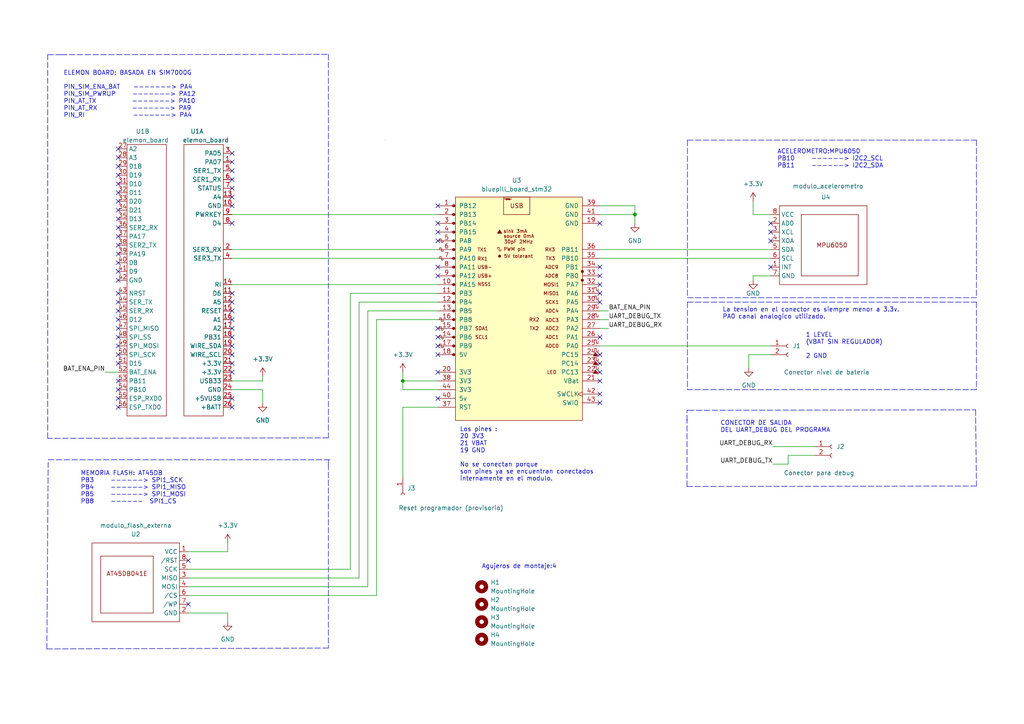
<source format=kicad_sch>
(kicad_sch (version 20211123) (generator eeschema)
  (paper "A4")
  (title_block (title "Simo Shield, PCB de conexion") (date "2022-07-18") (rev "0003") (company "I.N.T.I") (comment 1 "Revisor: Gustavo Rodriguez") (comment 2 "Autor:   German Velardez") (comment 3 "Licencia: CERN Open Hardware Licence Version 2") (comment 4 "Placa de conexion del dispositivo  SIMO.") (comment 5 "Descripcion:"))
  (lib_symbols
    (symbol "elemon_board_1"
      (property "Reference" "U1" (at -5.08 2.54 0))
      (property "Value" "elemon_board_1" (at -5.08 0 0))
      (symbol "elemon_board_1_0_1"
        (rectangle (start -46.99 0) (end -46.99 0))
        (rectangle (start 0 -1.27) (end 11.43 -80.01))
      )
      (symbol "elemon_board_1_1_1"
        (pin bidirectional line (at -2.54 -6.35 0) (length 2.54) (name "PA07") (number "1"))
        (pin power_out line (at -2.54 -19.05 0) (length 2.54) (name "GND") (number "10"))
        (pin bidirectional line (at -2.54 -44.45 0) (length 2.54) (name "D6") (number "11"))
        (pin bidirectional line (at -2.54 -46.99 0) (length 2.54) (name "A5") (number "12"))
        (pin bidirectional line (at -2.54 -16.51 0) (length 2.54) (name "A4") (number "13"))
        (pin bidirectional line (at -2.54 -41.91 0) (length 2.54) (name "RI") (number "14"))
        (pin input line (at -2.54 -49.53 0) (length 2.54) (name "RESET") (number "15"))
        (pin bidirectional line (at -2.54 -52.07 0) (length 2.54) (name "A1") (number "16"))
        (pin bidirectional line (at -2.54 -54.61 0) (length 2.54) (name "A2") (number "17"))
        (pin bidirectional line (at -2.54 -57.15 0) (length 2.54) (name "PB31") (number "18"))
        (pin bidirectional line (at -2.54 -59.69 0) (length 2.54) (name "WIRE_SDA") (number "19"))
        (pin bidirectional line (at -2.54 -31.75 0) (length 2.54) (name "SER3_RX") (number "2"))
        (pin bidirectional line (at -2.54 -62.23 0) (length 2.54) (name "WIRE_SCL") (number "20"))
        (pin power_out line (at -2.54 -64.77 0) (length 2.54) (name "+3.3V") (number "21"))
        (pin power_out line (at -2.54 -67.31 0) (length 2.54) (name "+3.3V") (number "22"))
        (pin power_out line (at -2.54 -69.85 0) (length 2.54) (name "USB33") (number "23"))
        (pin power_out line (at -2.54 -72.39 0) (length 2.54) (name "GND") (number "24"))
        (pin power_out line (at -2.54 -74.93 0) (length 2.54) (name "+5VUSB") (number "25"))
        (pin power_in line (at -2.54 -77.47 0) (length 2.54) (name "+BATT") (number "26"))
        (pin bidirectional line (at -2.54 -3.81 0) (length 2.54) (name "PA05") (number "3"))
        (pin bidirectional line (at -2.54 -34.29 0) (length 2.54) (name "SER3_TX") (number "4"))
        (pin bidirectional line (at -2.54 -8.89 0) (length 2.54) (name "SER1_TX") (number "5"))
        (pin bidirectional line (at -2.54 -11.43 0) (length 2.54) (name "SER1_RX") (number "6"))
        (pin bidirectional line (at -2.54 -13.97 0) (length 2.54) (name "STATUS") (number "7"))
        (pin bidirectional line (at -2.54 -24.13 0) (length 2.54) (name "D4") (number "8"))
        (pin bidirectional line (at -2.54 -21.59 0) (length 2.54) (name "PWRKEY") (number "9"))
      )
      (symbol "elemon_board_1_2_1"
        (pin bidirectional line (at -2.54 -2.54 0) (length 2.54) (name "A2") (number "27"))
        (pin bidirectional line (at -2.54 -5.08 0) (length 2.54) (name "A3") (number "28"))
        (pin bidirectional line (at -2.54 -7.62 0) (length 2.54) (name "D18") (number "29"))
        (pin bidirectional line (at -2.54 -10.16 0) (length 2.54) (name "D19") (number "30"))
        (pin bidirectional line (at -2.54 -12.7 0) (length 2.54) (name "D10") (number "31"))
        (pin bidirectional line (at -2.54 -15.24 0) (length 2.54) (name "D11") (number "32"))
        (pin bidirectional line (at -2.54 -17.78 0) (length 2.54) (name "D20") (number "33"))
        (pin bidirectional line (at -2.54 -20.32 0) (length 2.54) (name "D21") (number "34"))
        (pin bidirectional line (at -2.54 -22.86 0) (length 2.54) (name "D13") (number "35"))
        (pin bidirectional line (at -2.54 -25.4 0) (length 2.54) (name "SER2_RX") (number "36"))
        (pin bidirectional line (at -2.54 -27.94 0) (length 2.54) (name "PA17") (number "37"))
        (pin bidirectional line (at -2.54 -30.48 0) (length 2.54) (name "SER2_TX") (number "38"))
        (pin bidirectional line (at -2.54 -33.02 0) (length 2.54) (name "PA19") (number "39"))
        (pin bidirectional line (at -2.54 -35.56 0) (length 2.54) (name "D8") (number "40"))
        (pin bidirectional line (at -2.54 -38.1 0) (length 2.54) (name "D9") (number "41"))
        (pin power_out line (at -2.54 -40.64 0) (length 2.54) (name "GND") (number "42"))
        (pin input line (at -2.54 -44.45 0) (length 2.54) (name "NRST") (number "43"))
        (pin bidirectional line (at -2.54 -46.99 0) (length 2.54) (name "SER_TX") (number "44"))
        (pin bidirectional line (at -2.54 -49.53 0) (length 2.54) (name "SER_RX") (number "45"))
        (pin bidirectional line (at -2.54 -52.07 0) (length 2.54) (name "D12") (number "46"))
        (pin bidirectional line (at -2.54 -54.61 0) (length 2.54) (name "SPI_MISO") (number "47"))
        (pin bidirectional line (at -2.54 -57.15 0) (length 2.54) (name "SPI_SS") (number "48"))
        (pin bidirectional line (at -2.54 -59.69 0) (length 2.54) (name "SPI_MOSI") (number "49"))
        (pin bidirectional line (at -2.54 -62.23 0) (length 2.54) (name "SPI_SCK") (number "50"))
        (pin bidirectional line (at -2.54 -64.77 0) (length 2.54) (name "D15") (number "51"))
        (pin bidirectional line (at -2.54 -67.31 0) (length 2.54) (name "BAT_ENA") (number "52"))
        (pin bidirectional line (at -2.54 -69.85 0) (length 2.54) (name "PB11") (number "53"))
        (pin bidirectional line (at -2.54 -72.39 0) (length 2.54) (name "PB10") (number "54"))
        (pin bidirectional line (at -2.54 -74.93 0) (length 2.54) (name "ESP_RXD0") (number "55"))
        (pin bidirectional line (at -2.54 -77.47 0) (length 2.54) (name "ESP_TXD0") (number "56"))
      )
    )
    (symbol "power:+3.3V" (power) (pin_names (offset 0))
      (property "Value" "+3.3V" (at 0 3.556 0))
      (symbol "+3.3V_0_1"
        (polyline (pts (xy -0.762 1.27) (xy 0 2.54)))
        (polyline (pts (xy 0 0) (xy 0 2.54)))
        (polyline (pts (xy 0 2.54) (xy 0.762 1.27)))
      )
      (symbol "+3.3V_1_1"
        (pin power_in line (at 0 0 90) (length 0) hide (name "+3.3V") (number "1"))
      )
    )
    (symbol "power:GND" (power) (pin_names (offset 0))
      (property "Value" "GND" (at 0 -3.81 0))
      (symbol "GND_0_1"
        (polyline (pts (xy 0 0) (xy 0 -1.27) (xy 1.27 -1.27) (xy 0 -2.54) (xy -1.27 -1.27) (xy 0 -1.27)))
      )
      (symbol "GND_1_1"
        (pin power_in line (at 0 0 270) (length 0) hide (name "GND") (number "1"))
      )
    )
    (symbol "simo_shield:+3.3V" (power) (pin_names (offset 0))
      (property "Value" "+3.3V" (at 0 3.556 0))
      (symbol "+3.3V_0_1"
        (polyline (pts (xy -0.762 1.27) (xy 0 2.54)))
        (polyline (pts (xy 0 0) (xy 0 2.54)))
        (polyline (pts (xy 0 2.54) (xy 0.762 1.27)))
      )
      (symbol "+3.3V_1_1"
        (pin power_in line (at 0 0 90) (length 0) hide (name "+3.3V") (number "1"))
      )
    )
    (symbol "simo_shield:Conn_01x01_Female" (pin_names (offset 1.016) hide)
      (property "Reference" "J" (at 0 2.54 0))
      (property "Value" "Conn_01x01_Female" (at 0 -2.54 0))
      (symbol "Conn_01x01_Female_1_1"
        (polyline (pts (xy -1.27 0) (xy -0.508 0)) (stroke (width 0.1524)))
        (arc (start 0 0.508) (mid -0.508 0) (end 0 -0.508) (stroke (width 0.1524)))
        (pin passive line (at -5.08 0 0) (length 3.81) (name "Pin_1") (number "1"))
      )
    )
    (symbol "simo_shield:Conn_01x02_Female" (pin_names (offset 1.016) hide)
      (property "Reference" "J" (at 0 2.54 0))
      (property "Value" "Conn_01x02_Female" (at 0 -5.08 0))
      (symbol "Conn_01x02_Female_1_1"
        (arc (start 0 -2.032) (mid -0.508 -2.54) (end 0 -3.048) (stroke (width 0.1524)))
        (polyline (pts (xy -1.27 -2.54) (xy -0.508 -2.54)) (stroke (width 0.1524)))
        (polyline (pts (xy -1.27 0) (xy -0.508 0)) (stroke (width 0.1524)))
        (arc (start 0 0.508) (mid -0.508 0) (end 0 -0.508) (stroke (width 0.1524)))
        (pin passive line (at -5.08 0 0) (length 3.81) (name "Pin_1") (number "1"))
        (pin passive line (at -5.08 -2.54 0) (length 3.81) (name "Pin_2") (number "2"))
      )
    )
    (symbol "simo_shield:GND" (power) (pin_names (offset 0))
      (property "Value" "GND" (at 0 -3.81 0))
      (symbol "GND_0_1"
        (polyline (pts (xy 0 0) (xy 0 -1.27) (xy 1.27 -1.27) (xy 0 -2.54) (xy -1.27 -1.27) (xy 0 -1.27)))
      )
      (symbol "GND_1_1"
        (pin power_in line (at 0 0 270) (length 0) hide (name "GND") (number "1"))
      )
    )
    (symbol "simo_shield:MountingHole" (pin_names (offset 1.016))
      (property "Reference" "H" (at 0 5.08 0))
      (property "Value" "MountingHole" (at 0 3.175 0))
      (symbol "MountingHole_0_1"
        (circle (center 0 0) (radius 1.27) (stroke (width 1.27)))
      )
    )
    (symbol "simo_shield:bluepill_board_stm32" (pin_names (offset 1.016))
      (property "Reference" "U3" (at 0 30.226 0))
      (property "Value" "bluepill_board_stm32" (at 0 27.686 0))
      (symbol "bluepill_board_stm32_0_0"
        (circle (center -18.288 -20.32) (radius 0.3556) (fill (type outline)))
        (circle (center -18.288 -17.78) (radius 0.3556) (fill (type outline)))
        (circle (center -18.288 -15.24) (radius 0.3556) (fill (type outline)))
        (circle (center -18.288 -12.7) (radius 0.3556) (fill (type outline)))
        (circle (center -18.288 -10.16) (radius 0.3556) (fill (type outline)))
        (circle (center -18.288 -7.62) (radius 0.3556) (fill (type outline)))
        (circle (center -18.288 -5.08) (radius 0.3556) (fill (type outline)))
        (circle (center -18.288 -2.54) (radius 0.3556) (fill (type outline)))
        (circle (center -18.288 0) (radius 0.3556) (fill (type outline)))
        (circle (center -18.288 2.54) (radius 0.3556) (fill (type outline)))
        (circle (center -18.288 5.08) (radius 0.3556) (fill (type outline)))
        (circle (center -18.288 7.62) (radius 0.3556) (fill (type outline)))
        (circle (center -18.288 10.16) (radius 0.3556) (fill (type outline)))
        (circle (center -18.288 12.7) (radius 0.3556) (fill (type outline)))
        (circle (center -18.288 15.24) (radius 0.3556) (fill (type outline)))
        (circle (center -18.288 17.78) (radius 0.3556) (fill (type outline)))
        (circle (center -18.288 22.86) (radius 0.3556) (fill (type outline)))
        (circle (center -4.953 8.255) (radius 0.127) (fill (type outline)))
        (circle (center -4.953 8.255) (radius 0.254))
        (circle (center -4.953 8.255) (radius 0.3556))
        (polyline (pts (xy -5.588 14.859) (xy -4.953 15.875) (xy -4.318 14.859) (xy -5.588 14.859) (xy -4.953 15.748) (xy -4.445 14.859) (xy -5.461 14.986) (xy -4.953 15.621) (xy -4.572 14.859) (xy -5.334 15.113) (xy -4.826 15.494) (xy -4.699 14.859) (xy -5.207 15.24) (xy -4.699 15.367) (xy -4.826 14.986) (xy -5.08 15.24) (xy -4.826 15.113) (xy -4.953 15.367)))
        (polyline (pts (xy 22.225 -25.781) (xy 22.86 -24.765) (xy 23.495 -25.781) (xy 22.225 -25.781) (xy 22.86 -24.892) (xy 23.368 -25.781) (xy 22.352 -25.654) (xy 22.86 -25.019) (xy 23.241 -25.781) (xy 22.479 -25.527) (xy 22.987 -25.146) (xy 23.114 -25.781) (xy 22.606 -25.4) (xy 23.114 -25.273) (xy 22.987 -25.654) (xy 22.733 -25.4) (xy 22.987 -25.527) (xy 22.86 -25.273)))
        (polyline (pts (xy 22.225 -23.241) (xy 22.86 -22.225) (xy 23.495 -23.241) (xy 22.225 -23.241) (xy 22.86 -22.352) (xy 23.368 -23.241) (xy 22.352 -23.114) (xy 22.86 -22.479) (xy 23.241 -23.241) (xy 22.479 -22.987) (xy 22.987 -22.606) (xy 23.114 -23.241) (xy 22.606 -22.86) (xy 23.114 -22.733) (xy 22.987 -23.114) (xy 22.733 -22.86) (xy 22.987 -22.987) (xy 22.86 -22.733)))
        (polyline (pts (xy 22.225 -20.701) (xy 22.86 -19.685) (xy 23.495 -20.701) (xy 22.225 -20.701) (xy 22.86 -19.812) (xy 23.368 -20.701) (xy 22.352 -20.574) (xy 22.86 -19.939) (xy 23.241 -20.701) (xy 22.479 -20.447) (xy 22.987 -20.066) (xy 23.114 -20.701) (xy 22.606 -20.32) (xy 23.114 -20.193) (xy 22.987 -20.574) (xy 22.733 -20.32) (xy 22.987 -20.447) (xy 22.86 -20.193)))
        (circle (center 19.05 1.27) (radius 0.254) (fill (type outline)))
        (circle (center 19.05 1.27) (radius 0.3556))
        (circle (center 19.05 3.81) (radius 0.254) (fill (type outline)))
        (circle (center 19.05 3.81) (radius 0.3556))
        (text "30pF 2MHz" (at 0.508 12.446 0) (effects (font (size 0.9906 0.9906))))
        (text "5V tolerant" (at 0.508 8.255 0) (effects (font (size 0.9906 0.9906))))
        (text "ADC0" (at 10.287 -17.78 0) (effects (font (size 0.9906 0.9906))))
        (text "ADC1" (at 10.287 -15.24 0) (effects (font (size 0.9906 0.9906))))
        (text "ADC2" (at 10.287 -12.7 0) (effects (font (size 0.9906 0.9906))))
        (text "ADC3" (at 10.287 -10.287 0) (effects (font (size 0.9906 0.9906))))
        (text "ADC4" (at 10.287 -7.62 0) (effects (font (size 0.9906 0.9906))))
        (text "ADC8" (at 10.16 2.54 0) (effects (font (size 0.9906 0.9906))))
        (text "ADC9" (at 10.16 5.08 0) (effects (font (size 0.9906 0.9906))))
        (text "LED" (at 10.16 -25.4 0) (effects (font (size 0.9906 0.9906))))
        (text "MISO1" (at 10.033 -2.54 0) (effects (font (size 0.9906 0.9906))))
        (text "MOSI1" (at 10.033 0 0) (effects (font (size 0.9906 0.9906))))
        (text "NSS1" (at -9.398 0.127 0) (effects (font (size 0.9906 0.9906))))
        (text "PWM pin" (at -0.635 10.287 0) (effects (font (size 0.9906 0.9906))))
        (text "RX1" (at -9.906 7.493 0) (effects (font (size 0.9906 0.9906))))
        (text "RX2" (at 5.08 -10.16 0) (effects (font (size 0.9906 0.9906))))
        (text "RX3" (at 9.652 10.16 0) (effects (font (size 0.9906 0.9906))))
        (text "SCK1" (at 10.287 -5.08 0) (effects (font (size 0.9906 0.9906))))
        (text "SCL1" (at -10.16 -15.24 0) (effects (font (size 0.9906 0.9906))))
        (text "SDA1" (at -10.16 -12.7 0) (effects (font (size 0.9906 0.9906))))
        (text "sink 3mA" (at -0.381 15.494 0) (effects (font (size 0.9906 0.9906))))
        (text "source 0mA" (at 0.635 14.097 0) (effects (font (size 0.9906 0.9906))))
        (text "TX1" (at -10.033 10.16 0) (effects (font (size 0.9906 0.9906))))
        (text "TX2" (at 5.08 -12.7 0) (effects (font (size 0.9906 0.9906))))
        (text "TX3" (at 9.779 7.62 0) (effects (font (size 0.9906 0.9906))))
        (text "USB" (at 0 22.86 0) (effects (font (size 1.27 1.27))))
        (text "USB+" (at -9.271 2.54 0) (effects (font (size 0.9906 0.9906))))
        (text "USB-" (at -9.271 5.08 0) (effects (font (size 0.9906 0.9906))))
        (text "Y@@J" (at -2.5654 24.8412 0) (effects (font (size 0.508 0.508))))
      )
      (symbol "bluepill_board_stm32_0_1"
        (rectangle (start -17.78 25.4) (end 19.05 -39.37) (fill (type background)))
        (polyline (pts (xy -21.336 -17.78) (xy -21.336 -18.288) (xy -21.844 -18.288) (xy -21.844 -17.272) (xy -22.352 -17.272) (xy -22.352 -17.78)))
        (polyline (pts (xy -21.336 -15.24) (xy -21.336 -15.748) (xy -21.844 -15.748) (xy -21.844 -14.732) (xy -22.352 -14.732) (xy -22.352 -15.24)))
        (polyline (pts (xy -21.336 -12.7) (xy -21.336 -13.208) (xy -21.844 -13.208) (xy -21.844 -12.192) (xy -22.352 -12.192) (xy -22.352 -12.7)))
        (polyline (pts (xy -21.336 -10.16) (xy -21.336 -10.668) (xy -21.844 -10.668) (xy -21.844 -9.652) (xy -22.352 -9.652) (xy -22.352 -10.16)))
        (polyline (pts (xy -21.336 7.62) (xy -21.336 7.112) (xy -21.844 7.112) (xy -21.844 8.128) (xy -22.352 8.128) (xy -22.352 7.62)))
        (polyline (pts (xy -21.336 10.16) (xy -21.336 9.652) (xy -21.844 9.652) (xy -21.844 10.668) (xy -22.352 10.668) (xy -22.352 10.16)))
        (polyline (pts (xy -21.336 12.7) (xy -21.336 12.192) (xy -21.844 12.192) (xy -21.844 13.208) (xy -22.352 13.208) (xy -22.352 12.7)))
        (polyline (pts (xy -4.572 10.287) (xy -4.572 9.779) (xy -5.08 9.779) (xy -5.08 10.795) (xy -5.588 10.795) (xy -5.588 10.287)))
        (polyline (pts (xy 23.622 -24.13) (xy 23.622 -24.638) (xy 23.114 -24.638) (xy 23.114 -23.622) (xy 22.606 -23.622) (xy 22.606 -24.13)))
        (polyline (pts (xy 23.622 -21.59) (xy 23.622 -22.098) (xy 23.114 -22.098) (xy 23.114 -21.082) (xy 22.606 -21.082) (xy 22.606 -21.59)))
        (polyline (pts (xy 23.622 -19.05) (xy 23.622 -19.558) (xy 23.114 -19.558) (xy 23.114 -18.542) (xy 22.606 -18.542) (xy 22.606 -19.05)))
        (polyline (pts (xy 23.622 -16.51) (xy 23.622 -17.018) (xy 23.114 -17.018) (xy 23.114 -16.002) (xy 22.606 -16.002) (xy 22.606 -16.51)))
        (polyline (pts (xy 23.622 -8.89) (xy 23.622 -9.398) (xy 23.114 -9.398) (xy 23.114 -8.382) (xy 22.606 -8.382) (xy 22.606 -8.89)))
        (polyline (pts (xy 23.622 -6.35) (xy 23.622 -6.858) (xy 23.114 -6.858) (xy 23.114 -5.842) (xy 22.606 -5.842) (xy 22.606 -6.35)))
        (polyline (pts (xy 23.622 -3.81) (xy 23.622 -4.318) (xy 23.114 -4.318) (xy 23.114 -3.302) (xy 22.606 -3.302) (xy 22.606 -3.81)))
        (polyline (pts (xy 23.622 -1.27) (xy 23.622 -1.778) (xy 23.114 -1.778) (xy 23.114 -0.762) (xy 22.606 -0.762) (xy 22.606 -1.27)))
        (rectangle (start 3.81 25.4) (end -3.81 20.32))
      )
      (symbol "bluepill_board_stm32_1_1"
        (circle (center -18.288 20.32) (radius 0.3556) (fill (type outline)))
        (pin bidirectional line (at -22.86 22.86 0) (length 5.08) (name "PB12") (number "1"))
        (pin bidirectional line (at -22.86 0 0) (length 5.08) (name "PA15") (number "10"))
        (pin bidirectional line (at -22.86 -2.54 0) (length 5.08) (name "PB3") (number "11"))
        (pin bidirectional line (at -22.86 -5.08 0) (length 5.08) (name "PB4") (number "12"))
        (pin bidirectional line (at -22.86 -7.62 0) (length 5.08) (name "PB5") (number "13"))
        (pin bidirectional line (at -22.86 -15.24 0) (length 5.08) (name "PB6") (number "14"))
        (pin bidirectional line (at -22.86 -12.7 0) (length 5.08) (name "PB7") (number "15"))
        (pin bidirectional line (at -22.86 -10.16 0) (length 5.08) (name "PB8") (number "16"))
        (pin bidirectional line (at -22.86 -17.78 0) (length 5.08) (name "PB9") (number "17"))
        (pin power_in line (at -22.86 -20.32 0) (length 5.08) (name "5V") (number "18"))
        (pin power_in line (at 24.13 17.78 180) (length 5.08) (name "GND") (number "19"))
        (pin bidirectional line (at -22.86 20.32 0) (length 5.08) (name "PB13") (number "2"))
        (pin power_in line (at -22.86 -25.4 0) (length 5.08) (name "3V3") (number "20"))
        (pin power_in line (at 24.13 -27.94 180) (length 5.08) (name "VBat") (number "21"))
        (pin bidirectional line (at 24.13 -25.4 180) (length 5.08) (name "PC13") (number "22"))
        (pin bidirectional line (at 24.13 -22.86 180) (length 5.08) (name "PC14") (number "23"))
        (pin bidirectional line (at 24.13 -20.32 180) (length 5.08) (name "PC15") (number "24"))
        (pin bidirectional line (at 24.13 -17.78 180) (length 5.08) (name "PA0") (number "25"))
        (pin bidirectional line (at 24.13 -15.24 180) (length 5.08) (name "PA1") (number "26"))
        (pin bidirectional line (at 24.13 -12.7 180) (length 5.08) (name "PA2") (number "27"))
        (pin bidirectional line (at 24.13 -10.16 180) (length 5.08) (name "PA3") (number "28"))
        (pin bidirectional line (at 24.13 -7.62 180) (length 5.08) (name "PA4") (number "29"))
        (pin bidirectional line (at -22.86 17.78 0) (length 5.08) (name "PB14") (number "3"))
        (pin bidirectional line (at 24.13 -5.08 180) (length 5.08) (name "PA5") (number "30"))
        (pin bidirectional line (at 24.13 -2.54 180) (length 5.08) (name "PA6") (number "31"))
        (pin bidirectional line (at 24.13 0 180) (length 5.08) (name "PA7") (number "32"))
        (pin bidirectional line (at 24.13 2.54 180) (length 5.08) (name "PB0") (number "33"))
        (pin bidirectional line (at 24.13 5.08 180) (length 5.08) (name "PB1") (number "34"))
        (pin bidirectional line (at 24.13 7.62 180) (length 5.08) (name "PB10") (number "35"))
        (pin bidirectional line (at 24.13 10.16 180) (length 5.08) (name "PB11") (number "36"))
        (pin input line (at -22.86 -35.56 0) (length 5.08) (name "RST") (number "37"))
        (pin power_in line (at -22.86 -27.94 0) (length 5.08) (name "3V3") (number "38"))
        (pin power_in line (at 24.13 22.86 180) (length 5.08) (name "GND") (number "39"))
        (pin bidirectional line (at -22.86 15.24 0) (length 5.08) (name "PB15") (number "4"))
        (pin power_in line (at -22.86 -33.02 0) (length 5.08) (name "5v") (number "40"))
        (pin power_in line (at 24.13 20.32 180) (length 5.08) (name "GND") (number "41"))
        (pin bidirectional clock (at 24.13 -31.75 180) (length 5.08) (name "SWCLK") (number "42"))
        (pin bidirectional line (at 24.13 -34.29 180) (length 5.08) (name "SWIO") (number "43"))
        (pin power_in line (at -22.86 -30.48 0) (length 5.08) (name "3V3") (number "44"))
        (pin bidirectional line (at -22.86 12.7 0) (length 5.08) (name "PA8") (number "5"))
        (pin bidirectional line (at -22.86 10.16 0) (length 5.08) (name "PA9") (number "6"))
        (pin bidirectional line (at -22.86 7.62 0) (length 5.08) (name "PA10") (number "7"))
        (pin bidirectional line (at -22.86 5.08 0) (length 5.08) (name "PA11") (number "8"))
        (pin bidirectional line (at -22.86 2.54 0) (length 5.08) (name "PA12") (number "9"))
      )
    )
    (symbol "simo_shield:elemon_board"
      (property "Reference" "U2" (at 12.7 -43.1799 0))
      (property "Value" "elemon_board" (at 12.7 -45.7199 0))
      (symbol "elemon_board_0_1"
        (rectangle (start -46.99 0) (end -46.99 0))
        (rectangle (start 0 -1.27) (end 11.43 -80.01))
      )
      (symbol "elemon_board_1_1"
        (pin bidirectional line (at -2.54 -6.35 0) (length 2.54) (name "PA07") (number "1"))
        (pin power_out line (at -2.54 -19.05 0) (length 2.54) (name "GND") (number "10"))
        (pin bidirectional line (at -2.54 -44.45 0) (length 2.54) (name "D6") (number "11"))
        (pin bidirectional line (at -2.54 -46.99 0) (length 2.54) (name "A5") (number "12"))
        (pin bidirectional line (at -2.54 -16.51 0) (length 2.54) (name "A4") (number "13"))
        (pin bidirectional line (at -2.54 -41.91 0) (length 2.54) (name "RI") (number "14"))
        (pin input line (at -2.54 -49.53 0) (length 2.54) (name "RESET") (number "15"))
        (pin bidirectional line (at -2.54 -52.07 0) (length 2.54) (name "A1") (number "16"))
        (pin bidirectional line (at -2.54 -54.61 0) (length 2.54) (name "A2") (number "17"))
        (pin bidirectional line (at -2.54 -57.15 0) (length 2.54) (name "PB31") (number "18"))
        (pin bidirectional line (at -2.54 -59.69 0) (length 2.54) (name "WIRE_SDA") (number "19"))
        (pin bidirectional line (at -2.54 -34.29 0) (length 2.54) (name "SER3_TX") (number "2"))
        (pin bidirectional line (at -2.54 -62.23 0) (length 2.54) (name "WIRE_SCL") (number "20"))
        (pin power_out line (at -2.54 -64.77 0) (length 2.54) (name "+3.3V") (number "21"))
        (pin power_out line (at -2.54 -67.31 0) (length 2.54) (name "+3.3V") (number "22"))
        (pin power_out line (at -2.54 -69.85 0) (length 2.54) (name "USB33") (number "23"))
        (pin power_out line (at -2.54 -72.39 0) (length 2.54) (name "GND") (number "24"))
        (pin power_out line (at -2.54 -74.93 0) (length 2.54) (name "+5VUSB") (number "25"))
        (pin power_in line (at -2.54 -77.47 0) (length 2.54) (name "+BATT") (number "26"))
        (pin bidirectional line (at -2.54 -3.81 0) (length 2.54) (name "PA05") (number "3"))
        (pin bidirectional line (at -2.54 -31.75 0) (length 2.54) (name "SER3_RX") (number "4"))
        (pin bidirectional line (at -2.54 -8.89 0) (length 2.54) (name "SER1_TX") (number "5"))
        (pin bidirectional line (at -2.54 -11.43 0) (length 2.54) (name "SER1_RX") (number "6"))
        (pin bidirectional line (at -2.54 -13.97 0) (length 2.54) (name "STATUS") (number "7"))
        (pin bidirectional line (at -2.54 -24.13 0) (length 2.54) (name "D4") (number "8"))
        (pin bidirectional line (at -2.54 -21.59 0) (length 2.54) (name "PWRKEY") (number "9"))
      )
      (symbol "elemon_board_2_1"
        (pin bidirectional line (at -2.54 -2.54 0) (length 2.54) (name "A2") (number "27"))
        (pin bidirectional line (at -2.54 -5.08 0) (length 2.54) (name "A3") (number "28"))
        (pin bidirectional line (at -2.54 -7.62 0) (length 2.54) (name "D18") (number "29"))
        (pin bidirectional line (at -2.54 -10.16 0) (length 2.54) (name "D19") (number "30"))
        (pin bidirectional line (at -2.54 -12.7 0) (length 2.54) (name "D10") (number "31"))
        (pin bidirectional line (at -2.54 -15.24 0) (length 2.54) (name "D11") (number "32"))
        (pin bidirectional line (at -2.54 -17.78 0) (length 2.54) (name "D20") (number "33"))
        (pin bidirectional line (at -2.54 -20.32 0) (length 2.54) (name "D21") (number "34"))
        (pin bidirectional line (at -2.54 -22.86 0) (length 2.54) (name "D13") (number "35"))
        (pin bidirectional line (at -2.54 -25.4 0) (length 2.54) (name "SER2_RX") (number "36"))
        (pin bidirectional line (at -2.54 -27.94 0) (length 2.54) (name "PA17") (number "37"))
        (pin bidirectional line (at -2.54 -30.48 0) (length 2.54) (name "SER2_TX") (number "38"))
        (pin bidirectional line (at -2.54 -33.02 0) (length 2.54) (name "PA19") (number "39"))
        (pin bidirectional line (at -2.54 -35.56 0) (length 2.54) (name "D8") (number "40"))
        (pin bidirectional line (at -2.54 -38.1 0) (length 2.54) (name "D9") (number "41"))
        (pin power_out line (at -2.54 -40.64 0) (length 2.54) (name "GND") (number "42"))
        (pin input line (at -2.54 -44.45 0) (length 2.54) (name "NRST") (number "43"))
        (pin bidirectional line (at -2.54 -46.99 0) (length 2.54) (name "SER_TX") (number "44"))
        (pin bidirectional line (at -2.54 -49.53 0) (length 2.54) (name "SER_RX") (number "45"))
        (pin bidirectional line (at -2.54 -52.07 0) (length 2.54) (name "D12") (number "46"))
        (pin bidirectional line (at -2.54 -54.61 0) (length 2.54) (name "SPI_MISO") (number "47"))
        (pin bidirectional line (at -2.54 -57.15 0) (length 2.54) (name "SPI_SS") (number "48"))
        (pin bidirectional line (at -2.54 -59.69 0) (length 2.54) (name "SPI_MOSI") (number "49"))
        (pin bidirectional line (at -2.54 -62.23 0) (length 2.54) (name "SPI_SCK") (number "50"))
        (pin bidirectional line (at -2.54 -64.77 0) (length 2.54) (name "D15") (number "51"))
        (pin bidirectional line (at -2.54 -67.31 0) (length 2.54) (name "BAT_ENA") (number "52"))
        (pin bidirectional line (at -2.54 -69.85 0) (length 2.54) (name "PB11") (number "53"))
        (pin bidirectional line (at -2.54 -72.39 0) (length 2.54) (name "PB10") (number "54"))
        (pin bidirectional line (at -2.54 -74.93 0) (length 2.54) (name "ESP_RXD0") (number "55"))
        (pin bidirectional line (at -2.54 -77.47 0) (length 2.54) (name "ESP_TXD0") (number "56"))
      )
    )
    (symbol "simo_shield:modulo_acelerometro"
      (property "Reference" "U4" (at 27.051 -7.6199 0))
      (property "Value" "modulo_acelerometro" (at 27.051 -10.1599 0))
      (symbol "modulo_acelerometro_0_0"
        (text "MPU6050" (at 15.24 -8.89 0) (effects (font (size 1.27 1.27))))
      )
      (symbol "modulo_acelerometro_0_1"
        (rectangle (start 0 2.54) (end 25.4 -20.32))
        (rectangle (start 6.35 0) (end 22.86 -17.78))
      )
      (symbol "modulo_acelerometro_1_1"
        (pin output line (at -2.54 -15.24 0) (length 2.54) (name "INT") (number "1"))
        (pin output line (at -2.54 -2.54 0) (length 2.54) (name "AD0") (number "2"))
        (pin output line (at -2.54 -5.08 0) (length 2.54) (name "XCL") (number "3"))
        (pin output line (at -2.54 -7.62 0) (length 2.54) (name "XDA") (number "4"))
        (pin output line (at -2.54 -10.16 0) (length 2.54) (name "SDA") (number "5"))
        (pin output line (at -2.54 -12.7 0) (length 2.54) (name "SCL") (number "6"))
        (pin power_in line (at -2.54 -17.78 0) (length 2.54) (name "GND") (number "7"))
        (pin power_in line (at -2.54 0 0) (length 2.54) (name "VCC") (number "8"))
      )
    )
    (symbol "simo_shield:modulo_flash_externa"
      (property "Reference" "U2" (at -12.7 5.715 0))
      (property "Value" "modulo_flash_externa" (at -12.7 3.175 0))
      (symbol "modulo_flash_externa_0_0"
        (rectangle (start 7.62 -3.81) (end 22.86 -20.32))
        (text "AT45DB041E" (at 15.24 -8.89 0) (effects (font (size 1.27 1.27))))
      )
      (symbol "modulo_flash_externa_0_1"
        (rectangle (start 0 0) (end 25.4 -22.86))
      )
      (symbol "modulo_flash_externa_1_1"
        (pin power_in line (at -2.54 -2.54 0) (length 2.54) (name "VCC") (number "1"))
        (pin power_in line (at -2.54 -20.32 0) (length 2.54) (name "GND") (number "2"))
        (pin output line (at -2.54 -10.16 0) (length 2.54) (name "MISO") (number "3"))
        (pin input line (at -2.54 -12.7 0) (length 2.54) (name "MOSI") (number "4"))
        (pin input line (at -2.54 -7.62 0) (length 2.54) (name "SCK") (number "5"))
        (pin input line (at -2.54 -15.24 0) (length 2.54) (name "/CS") (number "6"))
        (pin input line (at -2.54 -17.78 0) (length 2.54) (name "/WP") (number "7"))
        (pin input line (at -2.54 -5.08 0) (length 2.54) (name "/RST") (number "8"))
      )
    )
  )
  (junction (at 116.84 110.49))
  (junction (at 184.15 62.23))
  (no_connect (at 127 77.47))
  (no_connect (at 127 69.85))
  (no_connect (at 127 80.01))
  (no_connect (at 127 67.31))
  (no_connect (at 127 95.25))
  (no_connect (at 127 97.79))
  (no_connect (at 127 100.33))
  (no_connect (at 127 102.87))
  (no_connect (at 34.29 81.28))
  (no_connect (at 173.99 102.87))
  (no_connect (at 173.99 105.41))
  (no_connect (at 173.99 110.49))
  (no_connect (at 67.31 105.41))
  (no_connect (at 223.52 77.47))
  (no_connect (at 67.31 85.09))
  (no_connect (at 127 59.69))
  (no_connect (at 127 64.77))
  (no_connect (at 173.99 87.63))
  (no_connect (at 173.99 77.47))
  (no_connect (at 173.99 85.09))
  (no_connect (at 173.99 80.01))
  (no_connect (at 173.99 114.3))
  (no_connect (at 127 107.95))
  (no_connect (at 173.99 97.79))
  (no_connect (at 34.29 66.04))
  (no_connect (at 34.29 63.5))
  (no_connect (at 34.29 58.42))
  (no_connect (at 34.29 68.58))
  (no_connect (at 34.29 60.96))
  (no_connect (at 34.29 55.88))
  (no_connect (at 223.52 64.77))
  (no_connect (at 223.52 67.31))
  (no_connect (at 223.52 69.85))
  (no_connect (at 34.29 48.26))
  (no_connect (at 34.29 53.34))
  (no_connect (at 34.29 45.72))
  (no_connect (at 34.29 50.8))
  (no_connect (at 34.29 43.18))
  (no_connect (at 67.31 57.15))
  (no_connect (at 67.31 52.07))
  (no_connect (at 67.31 64.77))
  (no_connect (at 67.31 44.45))
  (no_connect (at 67.31 49.53))
  (no_connect (at 67.31 54.61))
  (no_connect (at 34.29 115.57))
  (no_connect (at 34.29 118.11))
  (no_connect (at 34.29 110.49))
  (no_connect (at 34.29 113.03))
  (no_connect (at 34.29 100.33))
  (no_connect (at 34.29 95.25))
  (no_connect (at 34.29 97.79))
  (no_connect (at 34.29 92.71))
  (no_connect (at 67.31 87.63))
  (no_connect (at 67.31 46.99))
  (no_connect (at 67.31 92.71))
  (no_connect (at 67.31 90.17))
  (no_connect (at 67.31 97.79))
  (no_connect (at 67.31 100.33))
  (no_connect (at 67.31 95.25))
  (no_connect (at 67.31 107.95))
  (no_connect (at 67.31 102.87))
  (no_connect (at 54.61 175.26))
  (no_connect (at 54.61 162.56))
  (no_connect (at 34.29 105.41))
  (no_connect (at 34.29 102.87))
  (no_connect (at 34.29 78.74))
  (no_connect (at 34.29 73.66))
  (no_connect (at 34.29 71.12))
  (no_connect (at 34.29 76.2))
  (no_connect (at 34.29 90.17))
  (no_connect (at 34.29 85.09))
  (no_connect (at 34.29 87.63))
  (no_connect (at 173.99 82.55))
  (no_connect (at 173.99 64.77))
  (no_connect (at 67.31 118.11))
  (no_connect (at 67.31 115.57))
  (no_connect (at 173.99 107.95))
  (no_connect (at 173.99 116.84))
  (no_connect (at 127 115.57))
  (no_connect (at 67.31 59.69))
  (wire (pts (xy 54.61 167.64) (xy 104.14 167.64)))
  (wire (pts (xy 217.17 102.87) (xy 217.17 106.68)))
  (wire (pts (xy 184.15 59.69) (xy 184.15 62.23)))
  (polyline (pts (xy 13.97 133.35) (xy 95.758 133.35)))
  (wire (pts (xy 173.99 90.17) (xy 176.53 90.17)))
  (wire (pts (xy 173.99 95.25) (xy 176.53 95.25)))
  (polyline (pts (xy 95.25 187.96) (xy 13.589 188.214)))
  (polyline (pts (xy 283.21 40.64) (xy 283.21 86.36)))
  (wire (pts (xy 236.22 132.08) (xy 228.6 132.08)))
  (wire (pts (xy 173.99 72.39) (xy 223.52 72.39)))
  (wire (pts (xy 54.61 160.02) (xy 66.04 160.02)))
  (wire (pts (xy 66.04 177.8) (xy 66.04 180.34)))
  (wire (pts (xy 116.84 110.49) (xy 116.84 113.03)))
  (wire (pts (xy 218.44 80.01) (xy 223.52 80.01)))
  (wire (pts (xy 218.44 62.23) (xy 223.52 62.23)))
  (wire (pts (xy 127 118.11) (xy 116.84 118.11)))
  (wire (pts (xy 173.99 92.71) (xy 176.53 92.71)))
  (polyline (pts (xy 199.39 86.36) (xy 283.21 86.36)))
  (wire (pts (xy 173.99 74.93) (xy 223.52 74.93)))
  (wire (pts (xy 76.2 109.22) (xy 76.2 110.49)))
  (polyline (pts (xy 199.263 122.047) (xy 199.263 118.999)))
  (polyline (pts (xy 95.25 133.35) (xy 95.25 134.62)))
  (polyline (pts (xy 199.263 141.097) (xy 199.263 121.539)))
  (polyline (pts (xy 13.843 127.127) (xy 13.843 15.875)))
  (polyline (pts (xy 13.589 188.214) (xy 13.97 134.112)))
  (wire (pts (xy 224.155 129.54) (xy 236.22 129.54)))
  (wire (pts (xy 30.48 107.95) (xy 34.29 107.95)))
  (wire (pts (xy 54.61 172.72) (xy 109.22 172.72)))
  (polyline (pts (xy 199.644 118.999) (xy 282.956 118.872)))
  (wire (pts (xy 106.68 90.17) (xy 106.68 170.18)))
  (polyline (pts (xy 283.21 87.63) (xy 283.21 113.03)))
  (wire (pts (xy 109.22 92.71) (xy 127 92.71)))
  (polyline (pts (xy 199.263 118.999) (xy 199.644 118.999)))
  (polyline (pts (xy 17.78 15.875) (xy 95.25 15.748)))
  (polyline (pts (xy 283.21 140.97) (xy 199.263 141.097)))
  (polyline (pts (xy 199.39 40.64) (xy 199.39 86.36)))
  (wire (pts (xy 67.31 62.23) (xy 127 62.23)))
  (polyline (pts (xy 283.21 113.03) (xy 199.39 113.03)))
  (polyline (pts (xy 95.25 134.62) (xy 95.25 187.071)))
  (wire (pts (xy 101.6 85.09) (xy 127 85.09)))
  (wire (pts (xy 218.44 81.28) (xy 218.44 80.01)))
  (polyline (pts (xy 13.843 15.875) (xy 17.78 15.875)))
  (wire (pts (xy 104.14 167.64) (xy 104.14 87.63)))
  (wire (pts (xy 67.31 113.03) (xy 76.2 113.03)))
  (wire (pts (xy 173.99 62.23) (xy 184.15 62.23)))
  (wire (pts (xy 76.2 113.03) (xy 76.2 116.84)))
  (polyline (pts (xy 199.39 87.63) (xy 283.21 87.63)))
  (wire (pts (xy 173.99 100.33) (xy 223.52 100.33)))
  (wire (pts (xy 67.31 72.39) (xy 127 72.39)))
  (polyline (pts (xy 95.25 127) (xy 13.843 127.127)))
  (wire (pts (xy 54.61 170.18) (xy 106.68 170.18)))
  (polyline (pts (xy 283.21 86.36) (xy 281.94 86.36)))
  (wire (pts (xy 54.61 165.1) (xy 101.6 165.1)))
  (wire (pts (xy 67.31 82.55) (xy 127 82.55)))
  (wire (pts (xy 116.84 110.49) (xy 127 110.49)))
  (polyline (pts (xy 95.25 15.748) (xy 95.25 127)))
  (wire (pts (xy 228.6 132.08) (xy 228.6 134.62)))
  (wire (pts (xy 101.6 85.09) (xy 101.6 165.1)))
  (wire (pts (xy 67.31 74.93) (xy 127 74.93)))
  (polyline (pts (xy 199.39 40.64) (xy 283.21 40.64)))
  (polyline (pts (xy 282.956 118.872) (xy 283.21 140.97)))
  (polyline (pts (xy 199.39 87.63) (xy 199.39 113.03)))
  (wire (pts (xy 54.61 177.8) (xy 66.04 177.8)))
  (polyline (pts (xy 95.25 187.071) (xy 95.25 187.96)))
  (wire (pts (xy 106.68 90.17) (xy 127 90.17)))
  (wire (pts (xy 67.31 110.49) (xy 76.2 110.49)))
  (wire (pts (xy 104.14 87.63) (xy 127 87.63)))
  (wire (pts (xy 116.84 107.95) (xy 116.84 110.49)))
  (wire (pts (xy 116.84 118.11) (xy 116.84 138.43)))
  (wire (pts (xy 173.99 59.69) (xy 184.15 59.69)))
  (wire (pts (xy 224.155 134.62) (xy 228.6 134.62)))
  (wire (pts (xy 217.17 102.87) (xy 223.52 102.87)))
  (wire (pts (xy 218.44 58.42) (xy 218.44 62.23)))
  (wire (pts (xy 116.84 113.03) (xy 127 113.03)))
  (wire (pts (xy 66.04 157.48) (xy 66.04 160.02)))
  (wire (pts (xy 109.22 92.71) (xy 109.22 172.72)))
  (wire (pts (xy 184.15 62.23) (xy 184.15 64.77)))
  (text "CONECTOR DE SALIDA \nDEL UART_DEBUG DEL PROGRAMA" (at 208.915 125.603 0) (effects (font (size 1.27 1.27)) (justify left bottom)))
  (text "Los pines :\n20 3V3\n21 VBAT\n19 GND\n\nNo se conectan porque \nson pines ya se encuentran conectados \ninternamente en el modulo." (at 133.35 139.7 0) (effects (font (size 1.27 1.27)) (justify left bottom)))
  (text "La tension en el conector es siempre menor a 3.3v.\nPA0 canal analogico utilizado." (at 209.55 92.71 0) (effects (font (size 1.27 1.27)) (justify left bottom)))
  (text "ACELEROMETRO:MPU6050 \nPB10     ------> I2C2_SCL\nPB11     ------> I2C2_SDA" (at 225.425 48.895 0) (effects (font (size 1.27 1.27)) (justify left bottom)))
  (text "MEMORIA FLASH: AT45DB\nPB3     ------> SPI1_SCK\nPB4     ------> SPI1_MISO\nPB5     ------> SPI1_MOSI\nPB8     ------  SPI1_CS  " (at 23.368 146.304 0) (effects (font (size 1.27 1.27)) (justify left bottom)))
  (text "ELEMON BOARD: BASADA EN SIM7000G\n\nPIN_SIM_ENA_BAT    -------> PA4 \nPIN_SIM_PWRUP     -------> PA12 \nPIN_AT_TX	     -------> PA10\nPIN_AT_RX	     -------> PA9\nPIN_RI			-------> PA4" (at 18.415 34.29 0) (effects (font (size 1.27 1.27)) (justify left bottom)))
  (text "Agujeros de montaje:4" (at 139.7 165.1 0) (effects (font (size 1.27 1.27)) (justify left bottom)))
  (text "1 LEVEL \n(VBAT SIN REGULADOR)\n\n2 GND\n" (at 233.68 104.14 0) (effects (font (size 1.27 1.27)) (justify left bottom)))
  (label "UART_DEBUG_TX" (at 224.155 134.62 180))
  (label "BAT_ENA_PIN" (at 30.48 107.95 180))
  (label "UART_DEBUG_TX" (at 176.53 92.71 0))
  (label "UART_DEBUG_RX" (at 224.155 129.54 180))
  (label "UART_DEBUG_RX" (at 176.53 95.25 0))
  (label "BAT_ENA_PIN" (at 176.53 90.17 0))
  (symbol (lib_id "simo_shield:MountingHole") (at 139.7 170.18 0) (unit 1)
    (property "Reference" "H1" (at 142.24 168.9099 0) (effects (justify left)))
    (property "Value" "MountingHole" (at 142.24 171.4499 0) (effects (justify left)))
    (property "Footprint" "simo_shield:MountingHole_3mm" (effects hide))
  )
  (symbol (lib_id "simo_shield:+3.3V") (at 76.2 109.22 0) (unit 1)
    (property "Reference" "#PWR0107" (effects hide))
    (property "Value" "+3.3V" (at 76.2 104.14 0))
  )
  (symbol (lib_id "simo_shield:MountingHole") (at 139.7 185.42 0) (unit 1)
    (property "Reference" "H4" (at 142.24 184.1499 0) (effects (justify left)))
    (property "Value" "MountingHole" (at 142.24 186.6899 0) (effects (justify left)))
    (property "Footprint" "simo_shield:MountingHole_3mm" (effects hide))
  )
  (symbol (lib_id "simo_shield:+3.3V") (at 66.04 157.48 0) (unit 1)
    (property "Reference" "#PWR0104" (effects hide))
    (property "Value" "+3.3V" (at 66.04 152.4 0))
  )
  (symbol (lib_id "simo_shield:Conn_01x02_Female") (at 228.6 100.33 0) (unit 1)
    (property "Reference" "J1" (at 229.87 100.3299 0) (effects (justify left)))
    (property "Value" "Conector nivel de bateria" (at 227.33 107.95 0) (effects (justify left)))
    (property "Footprint" "simo_shield:JST_EH_B2B-EH-A_1x02_P2.50mm_Vertical" (effects hide))
    (property "Datasheet" "https://www.jst.fr/doc/jst/pdf/jst-connector-catalogue-vol-120e.pdf" (effects hide))
    (property "Digikey" "455-1611-ND" (effects hide))
    (property "Codigo" "B2B-EH-A(LF)(SN)" (effects hide))
  )
  (symbol (lib_id "simo_shield:GND") (at 217.17 106.68 0) (unit 1)
    (property "Reference" "#PWR0106" (effects hide))
    (property "Value" "GND" (at 217.17 111.76 0))
  )
  (symbol (lib_id "simo_shield:Conn_01x02_Female") (at 241.3 129.54 0) (unit 1)
    (property "Reference" "J2" (at 242.57 129.5399 0) (effects (justify left)))
    (property "Value" "Conector para debug" (at 227.33 137.16 0) (effects (justify left)))
    (property "Footprint" "simo_shield:JST_EH_B2B-EH-A_1x02_P2.50mm_Vertical" (effects hide))
    (property "Datasheet" "https://www.jst.fr/doc/jst/pdf/jst-connector-catalogue-vol-120e.pdf" (effects hide))
    (property "Codigo" "B2B-EH-A(LF)(SN)" (effects hide))
    (property "Digikey" "455-1611-ND" (effects hide))
  )
  (symbol (lib_id "simo_shield:+3.3V") (at 218.44 58.42 0) (unit 1)
    (property "Reference" "#PWR0109" (effects hide))
    (property "Value" "+3.3V" (at 218.44 53.34 0))
  )
  (symbol (lib_id "simo_shield:modulo_flash_externa") (at 52.07 157.48 0) (mirror y) (unit 1)
    (property "Reference" "U2" (at 39.37 154.94 0))
    (property "Value" "modulo_flash_externa" (at 39.37 152.4 0))
    (property "Footprint" "simo_shield:conector_flash_ext" (effects hide))
    (property "Datasheet" "https://pdf1.alldatasheet.com/datasheet-pdf/view/546006/ETC2/AT45DB041E.html" (effects hide))
  )
  (symbol (lib_id "simo_shield:Conn_01x01_Female") (at 116.84 143.51 270) (unit 1)
    (property "Reference" "J3" (at 118.11 141.6049 90) (effects (justify left)))
    (property "Value" "Reset programador (provisorio)" (at 115.57 147.32 90) (effects (justify left)))
    (property "Footprint" "Connector_PinHeader_2.54mm:PinHeader_1x01_P2.54mm_Vertical" (effects hide))
  )
  (symbol (lib_name "elemon_board_1") (lib_id "simo_shield:elemon_board") (at 64.77 40.64 0) (mirror y) (unit 1)
    (property "Reference" "U1" (at 57.15 38.1 0))
    (property "Value" "elemon_board" (at 59.69 40.64 0))
    (property "Footprint" "simo_shield:elemon_board_compacto" (effects hide))
    (property "Datasheet" "https://drive.google.com/file/d/1sYpFcyqTjlhVdNfQDiQaqV_3s5uobK7X/view?usp=sharing" (effects hide))
  )
  (symbol (lib_id "simo_shield:GND") (at 66.04 180.34 0) (unit 1)
    (property "Reference" "#PWR0105" (effects hide))
    (property "Value" "GND" (at 66.04 185.42 0))
  )
  (symbol (lib_id "power:GND") (at 218.44 81.28 0) (unit 1)
    (property "Reference" "#PWR0110" (effects hide))
    (property "Value" "GND" (at 218.44 85.09 0))
  )
  (symbol (lib_id "simo_shield:GND") (at 184.15 64.77 0) (unit 1)
    (property "Reference" "#PWR0108" (effects hide))
    (property "Value" "GND" (at 184.15 69.85 0))
  )
  (symbol (lib_id "simo_shield:bluepill_board_stm32") (at 149.86 82.55 0) (unit 1)
    (property "Reference" "U3" (at 149.86 52.324 0))
    (property "Value" "bluepill_board_stm32" (at 149.86 54.864 0))
    (property "Footprint" "simo_shield:YAAJ_BluePill_SWD_1_modificado" (effects hide))
    (property "Datasheet" "https://stm32-base.org/boards/STM32F103C8T6-Blue-Pill.html" (effects hide))
  )
  (symbol (lib_id "simo_shield:modulo_acelerometro") (at 226.06 62.23 0) (unit 1)
    (property "Reference" "U4" (at 238.125 57.15 0) (effects (justify left)))
    (property "Value" "modulo_acelerometro" (at 229.87 53.975 0) (effects (justify left)))
    (property "Footprint" "simo_shield:MPU6050" (effects hide))
    (property "Datasheet" "https://pdf1.alldatasheet.com/datasheet-pdf/view/517744/ETC1/MPU-6050.html" (effects hide))
  )
  (symbol (lib_id "simo_shield:elemon_board") (at 36.83 40.64 0) (unit 2)
    (property "Reference" "U1" (at 39.37 38.1 0) (effects (justify left)))
    (property "Value" "elemon_board" (at 35.56 40.64 0) (effects (justify left)))
    (property "Footprint" "simo_shield:elemon_board_compacto" (effects hide))
    (property "Datasheet" "https://drive.google.com/file/d/1sYpFcyqTjlhVdNfQDiQaqV_3s5uobK7X/view?usp=sharing" (effects hide))
  )
  (symbol (lib_id "power:+3.3V") (at 116.84 107.95 0) (unit 1)
    (property "Reference" "#PWR0102" (effects hide))
    (property "Value" "+3.3V" (at 116.84 102.87 0))
  )
  (symbol (lib_id "power:GND") (at 76.2 116.84 0) (unit 1)
    (property "Reference" "#PWR0103" (effects hide))
    (property "Value" "GND" (at 76.2 121.92 0))
  )
  (symbol (lib_id "simo_shield:MountingHole") (at 139.7 175.26 0) (unit 1)
    (property "Reference" "H2" (at 142.24 173.9899 0) (effects (justify left)))
    (property "Value" "MountingHole" (at 142.24 176.5299 0) (effects (justify left)))
    (property "Footprint" "simo_shield:MountingHole_3mm" (effects hide))
  )
  (symbol (lib_id "simo_shield:MountingHole") (at 139.7 180.34 0) (unit 1)
    (property "Reference" "H3" (at 142.24 179.0699 0) (effects (justify left)))
    (property "Value" "MountingHole" (at 142.24 181.6099 0) (effects (justify left)))
    (property "Footprint" "simo_shield:MountingHole_3mm" (effects hide))
  )
)
</source>
